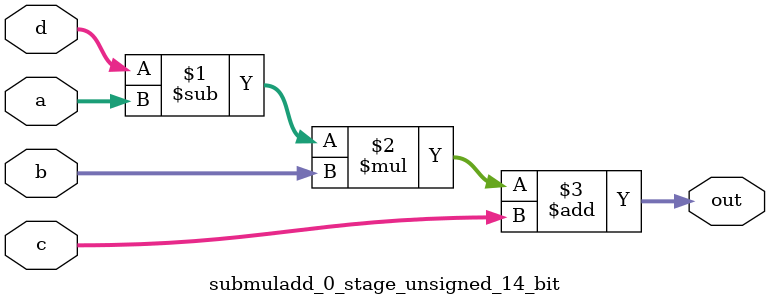
<source format=sv>
(* use_dsp = "yes" *) module submuladd_0_stage_unsigned_14_bit(
	input  [13:0] a,
	input  [13:0] b,
	input  [13:0] c,
	input  [13:0] d,
	output [13:0] out
	);

	assign out = ((d - a) * b) + c;
endmodule

</source>
